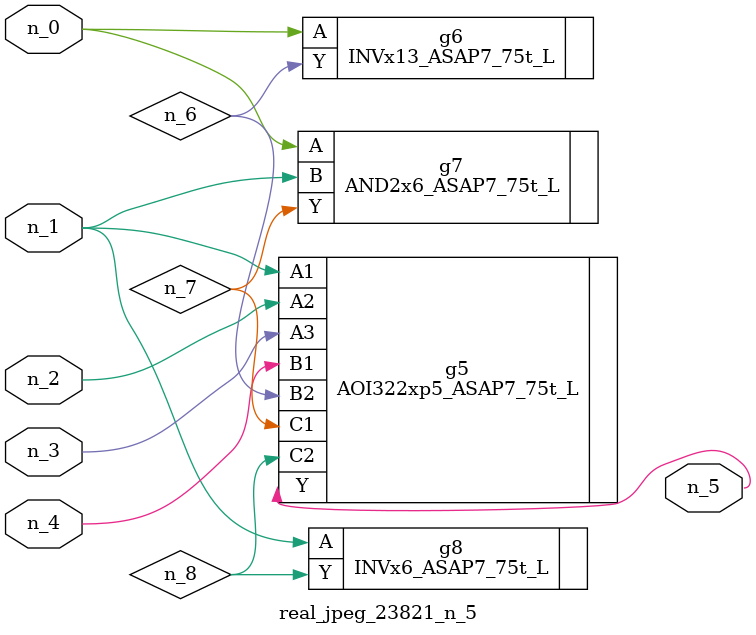
<source format=v>
module real_jpeg_23821_n_5 (n_4, n_0, n_1, n_2, n_3, n_5);

input n_4;
input n_0;
input n_1;
input n_2;
input n_3;

output n_5;

wire n_8;
wire n_6;
wire n_7;

INVx13_ASAP7_75t_L g6 ( 
.A(n_0),
.Y(n_6)
);

AND2x6_ASAP7_75t_L g7 ( 
.A(n_0),
.B(n_1),
.Y(n_7)
);

AOI322xp5_ASAP7_75t_L g5 ( 
.A1(n_1),
.A2(n_2),
.A3(n_3),
.B1(n_4),
.B2(n_6),
.C1(n_7),
.C2(n_8),
.Y(n_5)
);

INVx6_ASAP7_75t_L g8 ( 
.A(n_1),
.Y(n_8)
);


endmodule
</source>
